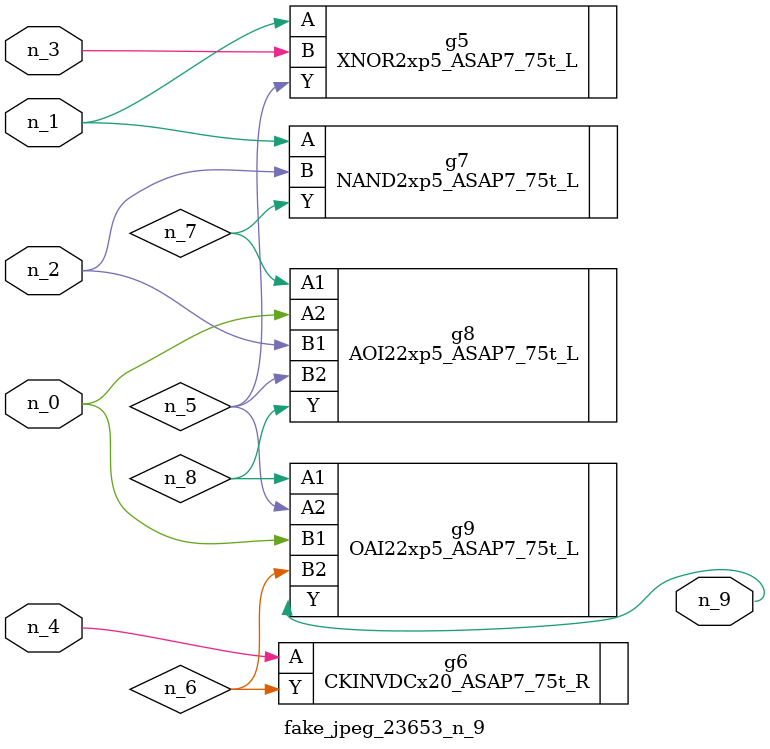
<source format=v>
module fake_jpeg_23653_n_9 (n_3, n_2, n_1, n_0, n_4, n_9);

input n_3;
input n_2;
input n_1;
input n_0;
input n_4;

output n_9;

wire n_8;
wire n_6;
wire n_5;
wire n_7;

XNOR2xp5_ASAP7_75t_L g5 ( 
.A(n_1),
.B(n_3),
.Y(n_5)
);

CKINVDCx20_ASAP7_75t_R g6 ( 
.A(n_4),
.Y(n_6)
);

NAND2xp5_ASAP7_75t_L g7 ( 
.A(n_1),
.B(n_2),
.Y(n_7)
);

AOI22xp5_ASAP7_75t_L g8 ( 
.A1(n_7),
.A2(n_0),
.B1(n_2),
.B2(n_5),
.Y(n_8)
);

OAI22xp5_ASAP7_75t_L g9 ( 
.A1(n_8),
.A2(n_5),
.B1(n_0),
.B2(n_6),
.Y(n_9)
);


endmodule
</source>
